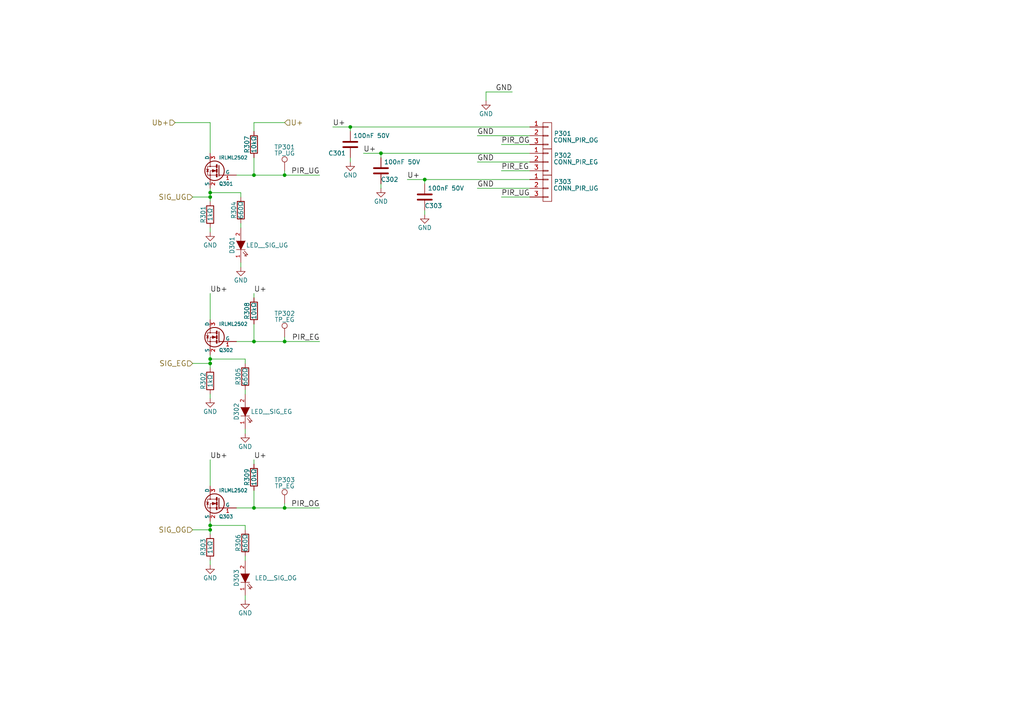
<source format=kicad_sch>
(kicad_sch (version 20230121) (generator eeschema)
  (paper "A4")
  (title_block (title "TL2C - Timed LED Lighting Controller") (date "2017-03-30") (rev "2L.2"))
  (lib_symbols
    (symbol "tl2c-rescue:C" (pin_numbers hide) (pin_names (offset 0.254))
      (property "Reference" "C" (at 0.635 2.54 0))
      (property "Value" "C" (at 0.635 -2.54 0))
      (symbol "C_0_1"
        (polyline (pts (xy -2.032 -0.762) (xy 2.032 -0.762)) (stroke (width 0.508)))
        (polyline (pts (xy -2.032 0.762) (xy 2.032 0.762)) (stroke (width 0.508)))
      )
      (symbol "C_1_1"
        (pin passive line (at 0 3.81 270) (length 2.794) (name "~") (number "1"))
        (pin passive line (at 0 -3.81 90) (length 2.794) (name "~") (number "2"))
      )
    )
    (symbol "tl2c-rescue:CONN_01X03" (pin_names (offset 1.016) hide)
      (property "Reference" "P" (at 0 5.08 0))
      (property "Value" "CONN_01X03" (at 2.54 0 90))
      (symbol "CONN_01X03_0_1"
        (rectangle (start -1.27 -2.413) (end 0.254 -2.667))
        (rectangle (start -1.27 0.127) (end 0.254 -0.127))
        (rectangle (start -1.27 2.667) (end 0.254 2.413))
        (rectangle (start -1.27 3.81) (end 1.27 -3.81))
      )
      (symbol "CONN_01X03_1_1"
        (pin passive line (at -5.08 2.54 0) (length 3.81) (name "P1") (number "1"))
        (pin passive line (at -5.08 0 0) (length 3.81) (name "P2") (number "2"))
        (pin passive line (at -5.08 -2.54 0) (length 3.81) (name "P3") (number "3"))
      )
    )
    (symbol "tl2c-rescue:GND" (power) (pin_names (offset 0))
      (property "Value" "GND" (at 0 -3.81 0))
      (symbol "GND_0_1"
        (polyline (pts (xy 0 0) (xy 0 -1.27) (xy 1.27 -1.27) (xy 0 -2.54) (xy -1.27 -1.27) (xy 0 -1.27)))
      )
      (symbol "GND_1_1"
        (pin power_in line (at 0 0 270) (length 0) hide (name "GND") (number "1"))
      )
    )
    (symbol "tl2c-rescue:IRLML2502" (pin_names (offset 0))
      (property "Reference" "Q" (at 0 -3.7846 0))
      (property "Value" "IRLML2502" (at 0 3.81 0))
      (symbol "IRLML2502_0_1"
        (polyline (pts (xy 0.635 -1.016) (xy 0.635 -1.651)) (stroke (width 0.508)))
        (polyline (pts (xy 0.635 0.381) (xy 0.635 -0.381)) (stroke (width 0.508)))
        (polyline (pts (xy 0.635 1.651) (xy 0.635 1.016)) (stroke (width 0.508)))
        (polyline (pts (xy 3.048 0.381) (xy 2.921 0.254)))
        (polyline (pts (xy 3.048 0.381) (xy 3.556 0.381)))
        (polyline (pts (xy 3.556 0.381) (xy 3.683 0.508)))
        (polyline (pts (xy 0 1.524) (xy 0 -1.524) (xy 0 -1.524)) (stroke (width 0.254)))
        (polyline (pts (xy 0.762 -1.27) (xy 2.54 -1.27) (xy 2.54 -2.54) (xy 2.54 -2.54)))
        (polyline (pts (xy 0.762 1.27) (xy 2.54 1.27) (xy 2.54 2.54) (xy 2.54 2.54)))
        (polyline (pts (xy 2.54 1.27) (xy 3.302 1.27) (xy 3.302 -1.27) (xy 2.54 -1.27)))
        (polyline (pts (xy 3.302 0.381) (xy 3.048 -0.254) (xy 3.556 -0.254) (xy 3.302 0.381)) (fill (type outline)))
        (polyline (pts (xy 0.762 0) (xy 1.27 0) (xy 2.54 0) (xy 2.54 -1.27) (xy 2.54 -1.27)))
        (polyline (pts (xy 0.889 0) (xy 1.905 0.381) (xy 1.905 -0.381) (xy 0.889 0) (xy 1.016 0) (xy 1.016 0)) (fill (type outline)))
        (circle (center 1.27 0) (radius 2.8194) (stroke (width 0.254)))
        (circle (center 2.54 -1.27) (radius 0.127))
        (circle (center 2.54 1.27) (radius 0.127))
      )
      (symbol "IRLML2502_1_1"
        (pin input line (at -5.08 -1.27 0) (length 5.08) (name "G") (number "1"))
        (pin passive line (at 2.54 -5.08 90) (length 2.54) (name "S") (number "2"))
        (pin passive line (at 2.54 5.08 270) (length 2.54) (name "D") (number "3"))
      )
    )
    (symbol "tl2c-rescue:LED" (pin_names (offset 1.016) hide)
      (property "Reference" "D" (at 0 2.54 0))
      (property "Value" "LED" (at 0 -2.54 0))
      (symbol "LED_0_1"
        (polyline (pts (xy -1.27 1.27) (xy -1.27 -1.27)))
        (polyline (pts (xy -2.032 -0.635) (xy -3.175 -1.651) (xy -3.048 -1.016)))
        (polyline (pts (xy -1.651 -1.016) (xy -2.794 -2.032) (xy -2.667 -1.397)))
        (polyline (pts (xy 1.27 1.27) (xy -1.27 0) (xy 1.27 -1.27)) (fill (type outline)))
      )
      (symbol "LED_1_1"
        (pin passive line (at -5.08 0 0) (length 3.81) (name "K") (number "1"))
        (pin passive line (at 5.08 0 180) (length 3.81) (name "A") (number "2"))
      )
    )
    (symbol "tl2c-rescue:R" (pin_numbers hide) (pin_names (offset 0))
      (property "Reference" "R" (at 2.032 0 90))
      (property "Value" "R" (at 0 0 90))
      (symbol "R_0_1"
        (rectangle (start -1.016 -2.54) (end 1.016 2.54) (stroke (width 0.254)))
      )
      (symbol "R_1_1"
        (pin passive line (at 0 3.81 270) (length 1.27) (name "~") (number "1"))
        (pin passive line (at 0 -3.81 90) (length 1.27) (name "~") (number "2"))
      )
    )
    (symbol "tl2c-rescue:TEST_1P" (pin_numbers hide) (pin_names (offset 0.762) hide)
      (property "Reference" "TP" (at 0 6.858 0))
      (property "Value" "TEST_1P" (at 0 5.08 0))
      (symbol "TEST_1P_0_1"
        (circle (center 0 3.302) (radius 0.762))
      )
      (symbol "TEST_1P_1_1"
        (pin passive line (at 0 0 90) (length 2.54) (name "1") (number "1"))
      )
    )
  )
  (junction (at 82.55 50.8))
  (junction (at 82.55 99.06))
  (junction (at 60.96 152.4))
  (junction (at 60.96 104.14))
  (junction (at 123.19 52.07))
  (junction (at 82.55 147.32))
  (junction (at 73.66 50.8))
  (junction (at 60.96 105.41))
  (junction (at 110.49 44.45))
  (junction (at 73.66 99.06))
  (junction (at 101.6 36.83))
  (junction (at 73.66 147.32))
  (junction (at 60.96 153.67))
  (junction (at 60.96 57.15))
  (junction (at 60.96 55.88))
  (wire (pts (xy 71.12 113.03) (xy 71.12 114.3)))
  (wire (pts (xy 60.96 114.3) (xy 60.96 115.57)))
  (wire (pts (xy 60.96 35.56) (xy 60.96 44.45)))
  (wire (pts (xy 101.6 36.83) (xy 101.6 38.1)))
  (wire (pts (xy 60.96 153.67) (xy 55.88 153.67)))
  (wire (pts (xy 118.11 52.07) (xy 123.19 52.07)))
  (wire (pts (xy 73.66 86.36) (xy 73.66 85.09)))
  (wire (pts (xy 68.58 50.8) (xy 73.66 50.8)))
  (wire (pts (xy 123.19 60.96) (xy 123.19 62.23)))
  (wire (pts (xy 60.96 57.15) (xy 55.88 57.15)))
  (wire (pts (xy 60.96 85.09) (xy 60.96 92.71)))
  (wire (pts (xy 60.96 105.41) (xy 55.88 105.41)))
  (wire (pts (xy 138.43 54.61) (xy 153.67 54.61)))
  (wire (pts (xy 73.66 35.56) (xy 73.66 38.1)))
  (wire (pts (xy 153.67 57.15) (xy 145.415 57.15)))
  (wire (pts (xy 71.12 172.72) (xy 71.12 173.99)))
  (wire (pts (xy 73.66 99.06) (xy 82.55 99.06)))
  (wire (pts (xy 82.55 50.8) (xy 92.71 50.8)))
  (wire (pts (xy 60.96 151.13) (xy 60.96 152.4)))
  (wire (pts (xy 69.85 55.88) (xy 60.96 55.88)))
  (wire (pts (xy 60.96 104.14) (xy 60.96 105.41)))
  (wire (pts (xy 68.58 147.32) (xy 73.66 147.32)))
  (wire (pts (xy 138.43 46.99) (xy 153.67 46.99)))
  (wire (pts (xy 145.415 49.53) (xy 153.67 49.53)))
  (wire (pts (xy 71.12 124.46) (xy 71.12 125.73)))
  (wire (pts (xy 60.96 54.61) (xy 60.96 55.88)))
  (wire (pts (xy 60.96 66.04) (xy 60.96 67.31)))
  (wire (pts (xy 71.12 153.67) (xy 71.12 152.4)))
  (wire (pts (xy 82.55 35.56) (xy 73.66 35.56)))
  (wire (pts (xy 69.85 64.77) (xy 69.85 66.04)))
  (wire (pts (xy 60.96 105.41) (xy 60.96 106.68)))
  (wire (pts (xy 105.41 44.45) (xy 110.49 44.45)))
  (wire (pts (xy 60.96 57.15) (xy 60.96 58.42)))
  (wire (pts (xy 71.12 105.41) (xy 71.12 104.14)))
  (wire (pts (xy 71.12 161.29) (xy 71.12 162.56)))
  (wire (pts (xy 68.58 99.06) (xy 73.66 99.06)))
  (wire (pts (xy 60.96 133.35) (xy 60.96 140.97)))
  (wire (pts (xy 82.55 97.79) (xy 82.55 99.06)))
  (wire (pts (xy 140.97 29.21) (xy 140.97 26.67)))
  (wire (pts (xy 73.66 99.06) (xy 73.66 93.98)))
  (wire (pts (xy 60.96 102.87) (xy 60.96 104.14)))
  (wire (pts (xy 110.49 44.45) (xy 110.49 45.72)))
  (wire (pts (xy 60.96 152.4) (xy 60.96 153.67)))
  (wire (pts (xy 138.43 39.37) (xy 153.67 39.37)))
  (wire (pts (xy 73.66 50.8) (xy 82.55 50.8)))
  (wire (pts (xy 123.19 52.07) (xy 123.19 53.34)))
  (wire (pts (xy 101.6 36.83) (xy 153.67 36.83)))
  (wire (pts (xy 60.96 55.88) (xy 60.96 57.15)))
  (wire (pts (xy 71.12 104.14) (xy 60.96 104.14)))
  (wire (pts (xy 82.55 49.53) (xy 82.55 50.8)))
  (wire (pts (xy 73.66 50.8) (xy 73.66 45.72)))
  (wire (pts (xy 82.55 146.05) (xy 82.55 147.32)))
  (wire (pts (xy 82.55 147.32) (xy 92.71 147.32)))
  (wire (pts (xy 96.52 36.83) (xy 101.6 36.83)))
  (wire (pts (xy 73.66 134.62) (xy 73.66 133.35)))
  (wire (pts (xy 153.67 41.91) (xy 145.415 41.91)))
  (wire (pts (xy 69.85 76.2) (xy 69.85 77.47)))
  (wire (pts (xy 73.66 147.32) (xy 73.66 142.24)))
  (wire (pts (xy 71.12 152.4) (xy 60.96 152.4)))
  (wire (pts (xy 110.49 53.34) (xy 110.49 54.61)))
  (wire (pts (xy 60.96 162.56) (xy 60.96 163.83)))
  (wire (pts (xy 69.85 57.15) (xy 69.85 55.88)))
  (wire (pts (xy 82.55 99.06) (xy 92.71 99.06)))
  (wire (pts (xy 50.8 35.56) (xy 60.96 35.56)))
  (wire (pts (xy 140.97 26.67) (xy 148.59 26.67)))
  (wire (pts (xy 110.49 44.45) (xy 153.67 44.45)))
  (wire (pts (xy 101.6 45.72) (xy 101.6 46.99)))
  (wire (pts (xy 60.96 153.67) (xy 60.96 154.94)))
  (wire (pts (xy 123.19 52.07) (xy 153.67 52.07)))
  (wire (pts (xy 73.66 147.32) (xy 82.55 147.32)))
  (label "PIR_UG" (at 92.71 50.8 180) (effects (font (size 1.524 1.524))))
  (label "U+" (at 118.11 52.07 0) (effects (font (size 1.524 1.524))))
  (label "PIR_OG" (at 92.71 147.32 180) (effects (font (size 1.524 1.524))))
  (label "Ub+" (at 60.96 85.09 0) (effects (font (size 1.524 1.524))))
  (label "PIR_EG" (at 145.415 49.53 0) (effects (font (size 1.524 1.524))))
  (label "U+" (at 73.66 133.35 0) (effects (font (size 1.524 1.524))))
  (label "GND" (at 138.43 54.61 0) (effects (font (size 1.524 1.524))))
  (label "U+" (at 105.41 44.45 0) (effects (font (size 1.524 1.524))))
  (label "GND" (at 138.43 46.99 0) (effects (font (size 1.524 1.524))))
  (label "U+" (at 96.52 36.83 0) (effects (font (size 1.524 1.524))))
  (label "GND" (at 138.43 39.37 0) (effects (font (size 1.524 1.524))))
  (label "PIR_OG" (at 145.415 41.91 0) (effects (font (size 1.524 1.524))))
  (label "PIR_UG" (at 145.415 57.15 0) (effects (font (size 1.524 1.524))))
  (label "Ub+" (at 60.96 133.35 0) (effects (font (size 1.524 1.524))))
  (label "PIR_EG" (at 92.71 99.06 180) (effects (font (size 1.524 1.524))))
  (label "U+" (at 73.66 85.09 0) (effects (font (size 1.524 1.524))))
  (label "GND" (at 148.59 26.67 180) (effects (font (size 1.524 1.524))))
  (hierarchical_label "SIG_EG" (shape input) (at 55.88 105.41 180) (effects (font (size 1.524 1.524))))
  (hierarchical_label "SIG_OG" (shape input) (at 55.88 153.67 180) (effects (font (size 1.524 1.524))))
  (hierarchical_label "U+" (shape input) (at 82.55 35.56 0) (effects (font (size 1.524 1.524))))
  (hierarchical_label "SIG_UG" (shape input) (at 55.88 57.15 180) (effects (font (size 1.524 1.524))))
  (hierarchical_label "Ub+" (shape input) (at 50.8 35.56 180) (effects (font (size 1.524 1.524))))
  (symbol (lib_id "tl2c-rescue:GND") (at 140.97 29.21 0) (unit 1)
    (property "Reference" "#PWR021" (effects hide))
    (property "Value" "GND" (at 140.97 33.02 0))
  )
  (symbol (lib_id "tl2c-rescue:C") (at 101.6 41.91 180) (unit 1)
    (property "Reference" "C301" (at 100.33 44.45 0) (effects (justify left)))
    (property "Value" "100nF 50V" (at 113.03 39.37 0) (effects (justify left)))
    (property "Footprint" "Capacitors_SMD:C_0805" (effects hide))
  )
  (symbol (lib_id "tl2c-rescue:C") (at 110.49 49.53 180) (unit 1)
    (property "Reference" "C302" (at 115.57 52.07 0) (effects (justify left)))
    (property "Value" "100nF 50V" (at 121.92 46.99 0) (effects (justify left)))
    (property "Footprint" "Capacitors_SMD:C_0805" (effects hide))
  )
  (symbol (lib_id "tl2c-rescue:C") (at 123.19 57.15 180) (unit 1)
    (property "Reference" "C303" (at 128.27 59.69 0) (effects (justify left)))
    (property "Value" "100nF 50V" (at 134.62 54.61 0) (effects (justify left)))
    (property "Footprint" "Capacitors_SMD:C_0805" (effects hide))
  )
  (symbol (lib_id "tl2c-rescue:R") (at 73.66 41.91 180) (unit 1)
    (property "Reference" "R307" (at 71.628 41.91 90))
    (property "Value" "10kΩ" (at 73.66 41.91 90))
    (property "Footprint" "Resistors_SMD:R_0805" (effects hide))
  )
  (symbol (lib_id "tl2c-rescue:IRLML2502") (at 63.5 49.53 0) (mirror y) (unit 1)
    (property "Reference" "Q301" (at 63.5 53.3146 0) (effects (font (size 1.016 1.016)) (justify right)))
    (property "Value" "IRLML2502" (at 63.5 45.72 0) (effects (font (size 1.016 1.016)) (justify right)))
    (property "Footprint" "TO_SOT_Packages_SMD:SOT-23" (effects hide))
    (property "MFP" "IRLML2502GTRPBF" (effects hide))
    (property "Conrad-PN" "162827 - 62 " (effects hide))
    (property "Digikey-PN" "IRLML2502GTRPBFCT-ND" (effects hide))
  )
  (symbol (lib_id "tl2c-rescue:R") (at 60.96 62.23 180) (unit 1)
    (property "Reference" "R301" (at 58.928 62.23 90))
    (property "Value" "1kΩ" (at 60.96 62.23 90))
    (property "Footprint" "Resistors_SMD:R_0805" (effects hide))
  )
  (symbol (lib_id "tl2c-rescue:GND") (at 60.96 67.31 0) (unit 1)
    (property "Reference" "#PWR022" (effects hide))
    (property "Value" "GND" (at 60.96 71.12 0))
  )
  (symbol (lib_id "tl2c-rescue:R") (at 73.66 90.17 180) (unit 1)
    (property "Reference" "R308" (at 71.628 90.17 90))
    (property "Value" "10kΩ" (at 73.66 90.17 90))
    (property "Footprint" "Resistors_SMD:R_0805" (effects hide))
  )
  (symbol (lib_id "tl2c-rescue:IRLML2502") (at 63.5 97.79 0) (mirror y) (unit 1)
    (property "Reference" "Q302" (at 63.5 101.5746 0) (effects (font (size 1.016 1.016)) (justify right)))
    (property "Value" "IRLML2502" (at 63.5 93.98 0) (effects (font (size 1.016 1.016)) (justify right)))
    (property "Footprint" "TO_SOT_Packages_SMD:SOT-23" (effects hide))
    (property "MFP" "IRLML2502GTRPBF" (effects hide))
    (property "Conrad-PN" "162827 - 62 " (effects hide))
    (property "Digikey-PN" "IRLML2502GTRPBFCT-ND" (effects hide))
  )
  (symbol (lib_id "tl2c-rescue:R") (at 60.96 110.49 180) (unit 1)
    (property "Reference" "R302" (at 58.928 110.49 90))
    (property "Value" "1kΩ" (at 60.96 110.49 90))
    (property "Footprint" "Resistors_SMD:R_0805" (effects hide))
  )
  (symbol (lib_id "tl2c-rescue:GND") (at 60.96 115.57 0) (unit 1)
    (property "Reference" "#PWR023" (effects hide))
    (property "Value" "GND" (at 60.96 119.38 0))
  )
  (symbol (lib_id "tl2c-rescue:R") (at 73.66 138.43 180) (unit 1)
    (property "Reference" "R309" (at 71.628 138.43 90))
    (property "Value" "10kΩ" (at 73.66 138.43 90))
    (property "Footprint" "Resistors_SMD:R_0805" (effects hide))
  )
  (symbol (lib_id "tl2c-rescue:IRLML2502") (at 63.5 146.05 0) (mirror y) (unit 1)
    (property "Reference" "Q303" (at 63.5 149.8346 0) (effects (font (size 1.016 1.016)) (justify right)))
    (property "Value" "IRLML2502" (at 63.5 142.24 0) (effects (font (size 1.016 1.016)) (justify right)))
    (property "Footprint" "TO_SOT_Packages_SMD:SOT-23" (effects hide))
    (property "MFP" "IRLML2502GTRPBF" (effects hide))
    (property "Conrad-PN" "162827 - 62 " (effects hide))
    (property "Digikey-PN" "IRLML2502GTRPBFCT-ND" (effects hide))
  )
  (symbol (lib_id "tl2c-rescue:R") (at 60.96 158.75 180) (unit 1)
    (property "Reference" "R303" (at 58.928 158.75 90))
    (property "Value" "1kΩ" (at 60.96 158.75 90))
    (property "Footprint" "Resistors_SMD:R_0805" (effects hide))
  )
  (symbol (lib_id "tl2c-rescue:GND") (at 60.96 163.83 0) (unit 1)
    (property "Reference" "#PWR024" (effects hide))
    (property "Value" "GND" (at 60.96 167.64 0))
  )
  (symbol (lib_id "tl2c-rescue:LED") (at 69.85 71.12 90) (unit 1)
    (property "Reference" "D301" (at 67.31 71.12 0))
    (property "Value" "LED__SIG_UG" (at 77.47 71.12 90))
    (property "Footprint" "LEDs:LED_0805" (effects hide))
  )
  (symbol (lib_id "tl2c-rescue:R") (at 69.85 60.96 180) (unit 1)
    (property "Reference" "R304" (at 67.818 60.96 90))
    (property "Value" "660Ω" (at 69.85 60.96 90))
    (property "Footprint" "Resistors_SMD:R_0805" (effects hide))
  )
  (symbol (lib_id "tl2c-rescue:GND") (at 69.85 77.47 0) (unit 1)
    (property "Reference" "#PWR030" (effects hide))
    (property "Value" "GND" (at 69.85 81.28 0))
  )
  (symbol (lib_id "tl2c-rescue:LED") (at 71.12 119.38 90) (unit 1)
    (property "Reference" "D302" (at 68.58 119.38 0))
    (property "Value" "LED__SIG_EG" (at 78.74 119.38 90))
    (property "Footprint" "LEDs:LED_0805" (effects hide))
  )
  (symbol (lib_id "tl2c-rescue:R") (at 71.12 109.22 180) (unit 1)
    (property "Reference" "R305" (at 69.088 109.22 90))
    (property "Value" "660Ω" (at 71.12 109.22 90))
    (property "Footprint" "Resistors_SMD:R_0805" (effects hide))
  )
  (symbol (lib_id "tl2c-rescue:GND") (at 71.12 125.73 0) (unit 1)
    (property "Reference" "#PWR025" (effects hide))
    (property "Value" "GND" (at 71.12 129.54 0))
  )
  (symbol (lib_id "tl2c-rescue:LED") (at 71.12 167.64 90) (unit 1)
    (property "Reference" "D303" (at 68.58 167.64 0))
    (property "Value" "LED__SIG_OG" (at 80.01 167.64 90))
    (property "Footprint" "LEDs:LED_0805" (effects hide))
  )
  (symbol (lib_id "tl2c-rescue:R") (at 71.12 157.48 180) (unit 1)
    (property "Reference" "R306" (at 69.088 157.48 90))
    (property "Value" "660Ω" (at 71.12 157.48 90))
    (property "Footprint" "Resistors_SMD:R_0805" (effects hide))
  )
  (symbol (lib_id "tl2c-rescue:GND") (at 71.12 173.99 0) (unit 1)
    (property "Reference" "#PWR026" (effects hide))
    (property "Value" "GND" (at 71.12 177.8 0))
  )
  (symbol (lib_id "tl2c-rescue:GND") (at 101.6 46.99 0) (unit 1)
    (property "Reference" "#PWR027" (effects hide))
    (property "Value" "GND" (at 101.6 50.8 0))
  )
  (symbol (lib_id "tl2c-rescue:GND") (at 110.49 54.61 0) (unit 1)
    (property "Reference" "#PWR028" (effects hide))
    (property "Value" "GND" (at 110.49 58.42 0))
  )
  (symbol (lib_id "tl2c-rescue:GND") (at 123.19 62.23 0) (unit 1)
    (property "Reference" "#PWR029" (effects hide))
    (property "Value" "GND" (at 123.19 66.04 0))
  )
  (symbol (lib_id "tl2c-rescue:TEST_1P") (at 82.55 49.53 0) (unit 1)
    (property "Reference" "TP301" (at 82.55 42.672 0))
    (property "Value" "TP_UG" (at 82.55 44.45 0))
    (property "Footprint" "Measurement_Points:Measurement_Point_Round-SMD-Pad_Small" (effects hide))
  )
  (symbol (lib_id "tl2c-rescue:TEST_1P") (at 82.55 97.79 0) (unit 1)
    (property "Reference" "TP302" (at 82.55 90.932 0))
    (property "Value" "TP_EG" (at 82.55 92.71 0))
    (property "Footprint" "Measurement_Points:Measurement_Point_Round-SMD-Pad_Small" (effects hide))
  )
  (symbol (lib_id "tl2c-rescue:TEST_1P") (at 82.55 146.05 0) (unit 1)
    (property "Reference" "TP303" (at 82.55 139.192 0))
    (property "Value" "TP_EG" (at 82.55 140.97 0))
    (property "Footprint" "Measurement_Points:Measurement_Point_Round-SMD-Pad_Small" (effects hide))
  )
  (symbol (lib_id "tl2c-rescue:CONN_01X03") (at 158.75 39.37 0) (unit 1)
    (property "Reference" "P301" (at 163.195 38.735 0))
    (property "Value" "CONN_PIR_OG" (at 167.005 40.64 0))
    (property "Footprint" "tl2c-footprint:Spring_Terminal_Block_1_x_3" (effects hide))
    (property "MFP" "Value" (effects hide))
    (property "Conrad-PN" "Value" (effects hide))
    (property "Digikey-PN" "Value" (effects hide))
  )
  (symbol (lib_id "tl2c-rescue:CONN_01X03") (at 158.75 46.99 0) (unit 1)
    (property "Reference" "P302" (at 163.195 45.085 0))
    (property "Value" "CONN_PIR_EG" (at 167.005 46.99 0))
    (property "Footprint" "tl2c-footprint:Spring_Terminal_Block_1_x_3" (effects hide))
    (property "MFP" "Value" (effects hide))
    (property "Conrad-PN" "Value" (effects hide))
    (property "Digikey-PN" "Value" (effects hide))
  )
  (symbol (lib_id "tl2c-rescue:CONN_01X03") (at 158.75 54.61 0) (unit 1)
    (property "Reference" "P303" (at 163.195 52.705 0))
    (property "Value" "CONN_PIR_UG" (at 167.005 54.61 0))
    (property "Footprint" "tl2c-footprint:Spring_Terminal_Block_1_x_3" (effects hide))
    (property "MFP" "Value" (effects hide))
    (property "Conrad-PN" "Value" (effects hide))
    (property "Digikey-PN" "Value" (effects hide))
  )
)
</source>
